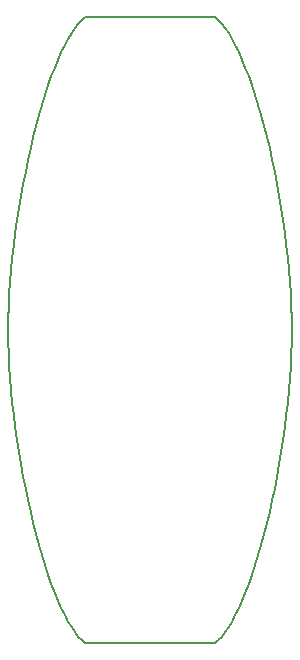
<source format=gbr>
G04 #@! TF.GenerationSoftware,KiCad,Pcbnew,(6.0.2)*
G04 #@! TF.CreationDate,2022-02-18T16:46:11+01:00*
G04 #@! TF.ProjectId,nordic-switch,6e6f7264-6963-42d7-9377-697463682e6b,1.1*
G04 #@! TF.SameCoordinates,Original*
G04 #@! TF.FileFunction,Profile,NP*
%FSLAX46Y46*%
G04 Gerber Fmt 4.6, Leading zero omitted, Abs format (unit mm)*
G04 Created by KiCad (PCBNEW (6.0.2)) date 2022-02-18 16:46:11*
%MOMM*%
%LPD*%
G01*
G04 APERTURE LIST*
%ADD10C,0.200000*%
G04 APERTURE END LIST*
D10*
X138900000Y-126250000D02*
X138615005Y-126012019D01*
X138328118Y-125708245D01*
X138040056Y-125341449D01*
X137751536Y-124914403D01*
X137463277Y-124429880D01*
X137175995Y-123890650D01*
X136890407Y-123299487D01*
X136607232Y-122659162D01*
X136327187Y-121972447D01*
X136050988Y-121242114D01*
X135779354Y-120470936D01*
X135513002Y-119661683D01*
X135252650Y-118817129D01*
X134999014Y-117940045D01*
X134752812Y-117033202D01*
X134514762Y-116099375D01*
X134285581Y-115141333D01*
X134065986Y-114161849D01*
X133856696Y-113163695D01*
X133658426Y-112149644D01*
X133471896Y-111122467D01*
X133297821Y-110084936D01*
X133136920Y-109039822D01*
X132989910Y-107989900D01*
X132857509Y-106937939D01*
X132740434Y-105886712D01*
X132639401Y-104838991D01*
X132555130Y-103797549D01*
X132488336Y-102765156D01*
X132439739Y-101744586D01*
X132410054Y-100738610D01*
X132400000Y-99750000D01*
X156400000Y-99750000D02*
X156389945Y-100738610D01*
X156360260Y-101744586D01*
X156311663Y-102765156D01*
X156244869Y-103797549D01*
X156160598Y-104838991D01*
X156059565Y-105886712D01*
X155942490Y-106937939D01*
X155810089Y-107989900D01*
X155663079Y-109039822D01*
X155502178Y-110084936D01*
X155328103Y-111122467D01*
X155141573Y-112149644D01*
X154943303Y-113163695D01*
X154734013Y-114161849D01*
X154514418Y-115141333D01*
X154285237Y-116099375D01*
X154047187Y-117033202D01*
X153800985Y-117940045D01*
X153547349Y-118817129D01*
X153286997Y-119661683D01*
X153020645Y-120470936D01*
X152749011Y-121242114D01*
X152472812Y-121972447D01*
X152192767Y-122659162D01*
X151909592Y-123299487D01*
X151624004Y-123890650D01*
X151336722Y-124429880D01*
X151048463Y-124914403D01*
X150759943Y-125341449D01*
X150471881Y-125708245D01*
X150184994Y-126012019D01*
X149900000Y-126250000D01*
X149900000Y-126250000D02*
X138900000Y-126250000D01*
X149900000Y-73250000D02*
X150184994Y-73487980D01*
X150471881Y-73791754D01*
X150759943Y-74158550D01*
X151048463Y-74585596D01*
X151336722Y-75070119D01*
X151624004Y-75609349D01*
X151909592Y-76200512D01*
X152192767Y-76840837D01*
X152472812Y-77527552D01*
X152749011Y-78257885D01*
X153020645Y-79029063D01*
X153286997Y-79838316D01*
X153547349Y-80682870D01*
X153800985Y-81559954D01*
X154047187Y-82466797D01*
X154285237Y-83400625D01*
X154514418Y-84358666D01*
X154734013Y-85338150D01*
X154943303Y-86336304D01*
X155141573Y-87350355D01*
X155328103Y-88377532D01*
X155502178Y-89415063D01*
X155663079Y-90460177D01*
X155810089Y-91510100D01*
X155942490Y-92562060D01*
X156059565Y-93613287D01*
X156160598Y-94661008D01*
X156244869Y-95702450D01*
X156311663Y-96734843D01*
X156360260Y-97755413D01*
X156389945Y-98761389D01*
X156400000Y-99750000D01*
X132400000Y-99750000D02*
X132410054Y-98761389D01*
X132439739Y-97755413D01*
X132488336Y-96734843D01*
X132555130Y-95702450D01*
X132639401Y-94661008D01*
X132740434Y-93613287D01*
X132857509Y-92562060D01*
X132989910Y-91510100D01*
X133136920Y-90460177D01*
X133297821Y-89415063D01*
X133471896Y-88377532D01*
X133658426Y-87350355D01*
X133856696Y-86336304D01*
X134065986Y-85338150D01*
X134285581Y-84358666D01*
X134514762Y-83400625D01*
X134752812Y-82466797D01*
X134999014Y-81559954D01*
X135252650Y-80682870D01*
X135513002Y-79838316D01*
X135779354Y-79029063D01*
X136050988Y-78257885D01*
X136327187Y-77527552D01*
X136607232Y-76840837D01*
X136890407Y-76200512D01*
X137175995Y-75609349D01*
X137463277Y-75070119D01*
X137751536Y-74585596D01*
X138040056Y-74158550D01*
X138328118Y-73791754D01*
X138615005Y-73487980D01*
X138900000Y-73250000D01*
X138900000Y-73250000D02*
X149900000Y-73250000D01*
M02*

</source>
